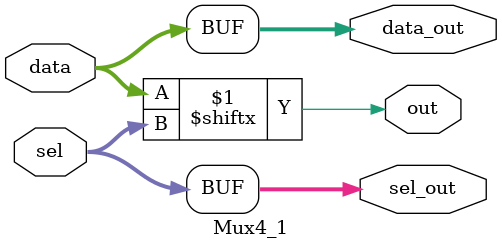
<source format=v>
`timescale 1ns / 1ps


module Mux4_1(
    input [3:0] data,
    input [1:0] sel,
    output [3:0] data_out,
    output [1:0] sel_out,
    output out
    );
    
    assign out = data[sel];
    assign data_out = data;
    assign sel_out = sel;
endmodule

</source>
